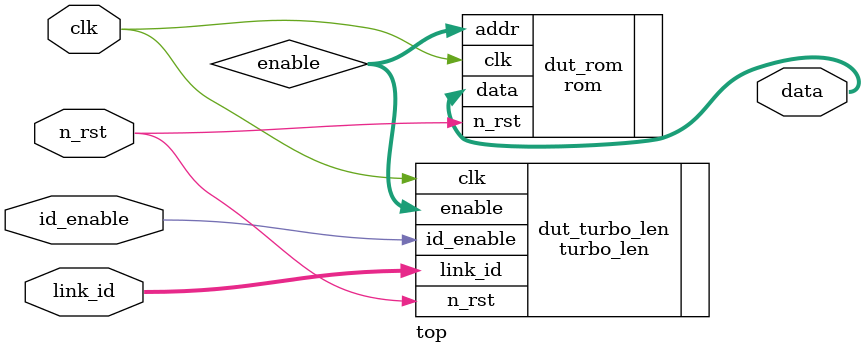
<source format=v>
`timescale 1ps/1ps
module top (
    input clk,
    input n_rst,
    input id_enable,
    input [5:0] link_id,
    output [12:0] data
);
    wire [15:0] enable;
    //wire [12:0] m_len;

    rom dut_rom (
        .clk(clk),
        .n_rst(n_rst),
        .addr(enable),
        .data(data)
    );

    turbo_len dut_turbo_len (
        .clk(clk),
        .n_rst(n_rst),
        .id_enable(id_enable),
        .link_id(link_id),
        .enable(enable)
    );
endmodule
</source>
